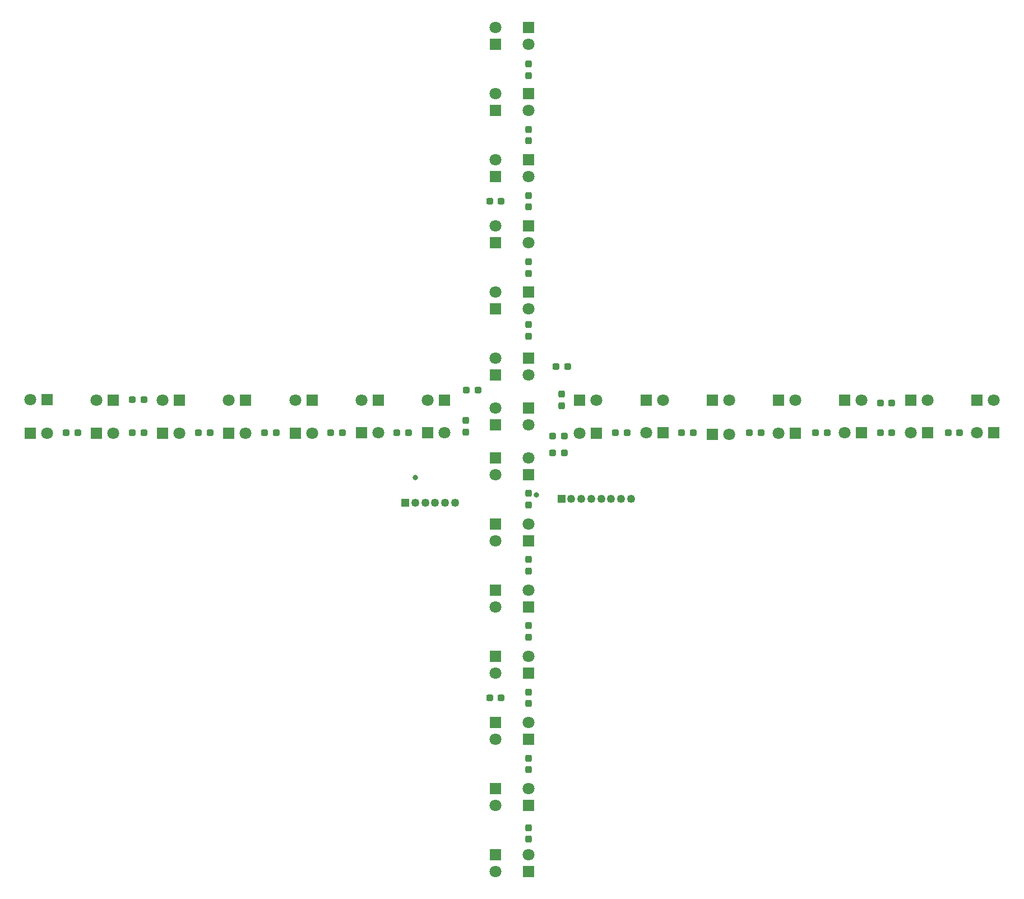
<source format=gts>
G04 #@! TF.GenerationSoftware,KiCad,Pcbnew,(6.0.1)*
G04 #@! TF.CreationDate,2022-02-25T16:08:36+09:00*
G04 #@! TF.ProjectId,line_senser20220225,6c696e65-5f73-4656-9e73-657232303232,rev?*
G04 #@! TF.SameCoordinates,PX17d7840PYb06e040*
G04 #@! TF.FileFunction,Soldermask,Top*
G04 #@! TF.FilePolarity,Negative*
%FSLAX46Y46*%
G04 Gerber Fmt 4.6, Leading zero omitted, Abs format (unit mm)*
G04 Created by KiCad (PCBNEW (6.0.1)) date 2022-02-25 16:08:36*
%MOMM*%
%LPD*%
G01*
G04 APERTURE LIST*
G04 Aperture macros list*
%AMRoundRect*
0 Rectangle with rounded corners*
0 $1 Rounding radius*
0 $2 $3 $4 $5 $6 $7 $8 $9 X,Y pos of 4 corners*
0 Add a 4 corners polygon primitive as box body*
4,1,4,$2,$3,$4,$5,$6,$7,$8,$9,$2,$3,0*
0 Add four circle primitives for the rounded corners*
1,1,$1+$1,$2,$3*
1,1,$1+$1,$4,$5*
1,1,$1+$1,$6,$7*
1,1,$1+$1,$8,$9*
0 Add four rect primitives between the rounded corners*
20,1,$1+$1,$2,$3,$4,$5,0*
20,1,$1+$1,$4,$5,$6,$7,0*
20,1,$1+$1,$6,$7,$8,$9,0*
20,1,$1+$1,$8,$9,$2,$3,0*%
G04 Aperture macros list end*
%ADD10RoundRect,0.237500X-0.287500X-0.237500X0.287500X-0.237500X0.287500X0.237500X-0.287500X0.237500X0*%
%ADD11RoundRect,0.237500X0.287500X0.237500X-0.287500X0.237500X-0.287500X-0.237500X0.287500X-0.237500X0*%
%ADD12R,1.250000X1.250000*%
%ADD13C,1.250000*%
%ADD14R,1.251000X1.251000*%
%ADD15C,1.251000*%
%ADD16RoundRect,0.237500X-0.237500X0.287500X-0.237500X-0.287500X0.237500X-0.287500X0.237500X0.287500X0*%
%ADD17RoundRect,0.237500X0.237500X-0.287500X0.237500X0.287500X-0.237500X0.287500X-0.237500X-0.287500X0*%
%ADD18R,1.800000X1.800000*%
%ADD19C,1.800000*%
%ADD20C,0.800000*%
G04 APERTURE END LIST*
D10*
X73125000Y79000000D03*
X74875000Y79000000D03*
X76625000Y107500000D03*
X78375000Y107500000D03*
X76625000Y32500000D03*
X78375000Y32500000D03*
X22625000Y77500000D03*
X24375000Y77500000D03*
D11*
X137375000Y77000000D03*
X135625000Y77000000D03*
D12*
X87460000Y62535000D03*
D13*
X88960000Y62535000D03*
X90460000Y62535000D03*
X91960000Y62535000D03*
X93460000Y62535000D03*
X94960000Y62535000D03*
X96460000Y62535000D03*
X97960000Y62535000D03*
D14*
X63885000Y61925000D03*
D15*
X65385000Y61925000D03*
X66885000Y61925000D03*
X68385000Y61925000D03*
X69885000Y61925000D03*
X71385000Y61925000D03*
D16*
X87500000Y78375000D03*
X87500000Y76625000D03*
D11*
X88375000Y82500000D03*
X86625000Y82500000D03*
D17*
X82500000Y126500000D03*
X82500000Y128250000D03*
D10*
X86125000Y72000000D03*
X87875000Y72000000D03*
X95625000Y72500000D03*
X97375000Y72500000D03*
D11*
X87875000Y69500000D03*
X86125000Y69500000D03*
D16*
X82500000Y63375000D03*
X82500000Y61625000D03*
X73000000Y74375000D03*
X73000000Y72625000D03*
D11*
X64375000Y72500000D03*
X62625000Y72500000D03*
D17*
X82500000Y96625000D03*
X82500000Y98375000D03*
X82500000Y106625000D03*
X82500000Y108375000D03*
X82500000Y116625000D03*
X82500000Y118375000D03*
D16*
X82500000Y53375000D03*
X82500000Y51625000D03*
X82500000Y43375000D03*
X82500000Y41625000D03*
X82500000Y33375000D03*
X82500000Y31625000D03*
X82500000Y23375000D03*
X82500000Y21625000D03*
D17*
X82500000Y11125000D03*
X82500000Y12875000D03*
D10*
X52625000Y72500000D03*
X54375000Y72500000D03*
X42625000Y72500000D03*
X44375000Y72500000D03*
X32625000Y72500000D03*
X34375000Y72500000D03*
X22625000Y72500000D03*
X24375000Y72500000D03*
X12625000Y72500000D03*
X14375000Y72500000D03*
D11*
X107375000Y72500000D03*
X105625000Y72500000D03*
D10*
X115875000Y72500000D03*
X117625000Y72500000D03*
X125875000Y72500000D03*
X127625000Y72500000D03*
X135625000Y72500000D03*
X137375000Y72500000D03*
X145875000Y72500000D03*
X147625000Y72500000D03*
D17*
X82500000Y87125000D03*
X82500000Y88875000D03*
D18*
X77500000Y73730000D03*
D19*
X77500000Y76270000D03*
D18*
X82500000Y83770000D03*
D19*
X82500000Y81230000D03*
D18*
X82500000Y133770000D03*
D19*
X82500000Y131230000D03*
D18*
X82500000Y56230000D03*
D19*
X82500000Y58770000D03*
D18*
X67230000Y72500000D03*
D19*
X69770000Y72500000D03*
D18*
X57230000Y72500000D03*
D19*
X59770000Y72500000D03*
D18*
X82500000Y103770000D03*
D19*
X82500000Y101230000D03*
D18*
X82500000Y113770000D03*
D19*
X82500000Y111230000D03*
D18*
X82500000Y123770000D03*
D19*
X82500000Y121230000D03*
D18*
X82500000Y46230000D03*
D19*
X82500000Y48770000D03*
D18*
X82500000Y36230000D03*
D19*
X82500000Y38770000D03*
D18*
X82500000Y26230000D03*
D19*
X82500000Y28770000D03*
D18*
X82500000Y16230000D03*
D19*
X82500000Y18770000D03*
D18*
X82500000Y6230000D03*
D19*
X82500000Y8770000D03*
D18*
X37230000Y72426000D03*
D19*
X39770000Y72426000D03*
D18*
X27230000Y72426000D03*
D19*
X29770000Y72426000D03*
D18*
X17230000Y72426000D03*
D19*
X19770000Y72426000D03*
D18*
X82500000Y76270000D03*
D19*
X82500000Y73730000D03*
D18*
X77500000Y81230000D03*
D19*
X77500000Y83770000D03*
D18*
X77500000Y131230000D03*
D19*
X77500000Y133770000D03*
D18*
X90230000Y77426000D03*
D19*
X92770000Y77426000D03*
D18*
X100230000Y77426000D03*
D19*
X102770000Y77426000D03*
D18*
X69770000Y77426000D03*
D19*
X67230000Y77426000D03*
D18*
X59770000Y77426000D03*
D19*
X57230000Y77426000D03*
D18*
X77500000Y101230000D03*
D19*
X77500000Y103770000D03*
D18*
X77500000Y111230000D03*
D19*
X77500000Y113770000D03*
D18*
X77500000Y121230000D03*
D19*
X77500000Y123770000D03*
D18*
X77500000Y18770000D03*
D19*
X77500000Y16230000D03*
D18*
X77500000Y8770000D03*
D19*
X77500000Y6230000D03*
D18*
X49770000Y77426000D03*
D19*
X47230000Y77426000D03*
D18*
X39770000Y77426000D03*
D19*
X37230000Y77426000D03*
D18*
X29770000Y77426000D03*
D19*
X27230000Y77426000D03*
D18*
X19770000Y77426000D03*
D19*
X17230000Y77426000D03*
D18*
X9770000Y77500000D03*
D19*
X7230000Y77500000D03*
D18*
X110230000Y77426000D03*
D19*
X112770000Y77426000D03*
D18*
X120230000Y77426000D03*
D19*
X122770000Y77426000D03*
D18*
X130230000Y77426000D03*
D19*
X132770000Y77426000D03*
D18*
X140230000Y77426000D03*
D19*
X142770000Y77426000D03*
D18*
X150230000Y77426000D03*
D19*
X152770000Y77426000D03*
D18*
X82500000Y93770000D03*
D19*
X82500000Y91230000D03*
D18*
X77500000Y91230000D03*
D19*
X77500000Y93770000D03*
D18*
X110230000Y72250000D03*
D19*
X112770000Y72250000D03*
D18*
X7230000Y72426000D03*
D19*
X9770000Y72426000D03*
D18*
X47230000Y72426000D03*
D19*
X49770000Y72426000D03*
D18*
X152770000Y72500000D03*
D19*
X150230000Y72500000D03*
D18*
X142770000Y72500000D03*
D19*
X140230000Y72500000D03*
D18*
X132770000Y72500000D03*
D19*
X130230000Y72500000D03*
D18*
X122770000Y72426000D03*
D19*
X120230000Y72426000D03*
D18*
X102770000Y72500000D03*
D19*
X100230000Y72500000D03*
D18*
X92770000Y72426000D03*
D19*
X90230000Y72426000D03*
D18*
X82500000Y66230000D03*
D19*
X82500000Y68770000D03*
D18*
X77500000Y58770000D03*
D19*
X77500000Y56230000D03*
D18*
X77500000Y48770000D03*
D19*
X77500000Y46230000D03*
D18*
X77500000Y28770000D03*
D19*
X77500000Y26230000D03*
D18*
X77500000Y68770000D03*
D19*
X77500000Y66230000D03*
D18*
X77500000Y38770000D03*
D19*
X77500000Y36230000D03*
D20*
X83694400Y63157400D03*
X65413100Y65762500D03*
M02*

</source>
